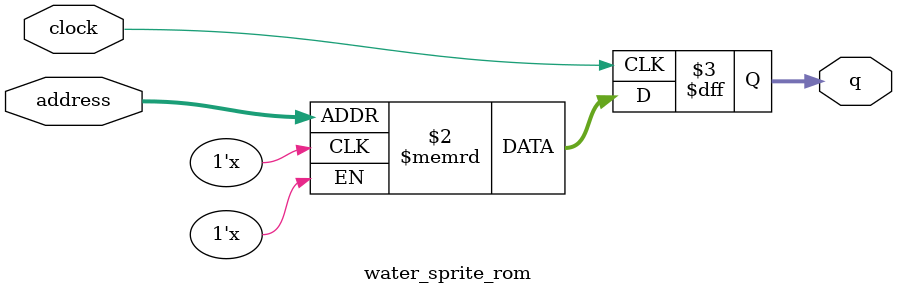
<source format=sv>
module water_sprite_rom (
	input logic clock,
	input logic [8:0] address,
	output logic [2:0] q
);

logic [2:0] memory [0:399] /* synthesis ram_init_file = "./water_sprite/water_sprite.mif" */;

always_ff @ (posedge clock) begin
	q <= memory[address];
end

endmodule

</source>
